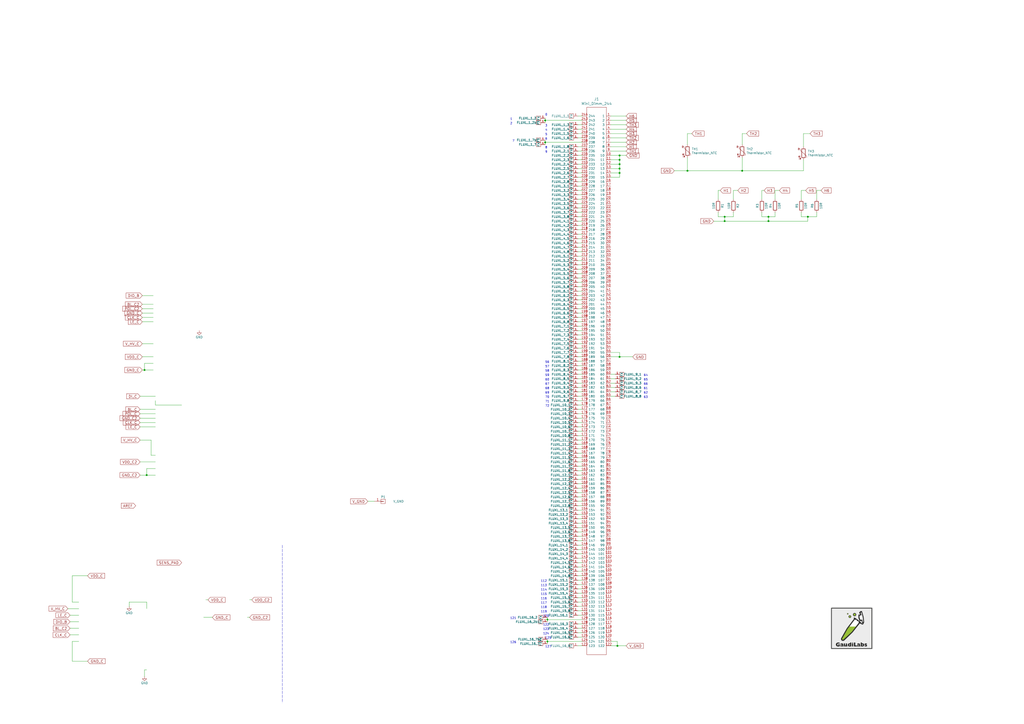
<source format=kicad_sch>
(kicad_sch (version 20211123) (generator eeschema)
  (paper "A2")
  (title_block (title "OpenDrop") (date "14. September 2018") (rev "3.2"))
  (junction (at 358.14 374.65))
  (junction (at 468.63 125.73))
  (junction (at 316.23 82.55))
  (junction (at 359.41 97.79))
  (junction (at 420.37 128.27))
  (junction (at 85.09 275.59))
  (junction (at 445.77 125.73))
  (junction (at 359.41 207.01))
  (junction (at 83.82 214.63))
  (junction (at 445.77 128.27))
  (junction (at 359.41 92.71))
  (junction (at 359.41 100.33))
  (junction (at 359.41 95.25))
  (junction (at 398.78 99.06))
  (junction (at 420.37 125.73))
  (junction (at 317.5 372.11))
  (junction (at 317.5 359.41))
  (junction (at 359.41 90.17))
  (junction (at 430.53 99.06))
  (junction (at 316.23 69.85))
  (wire (pts (xy 398.78 83.82) (xy 398.78 77.47)))
  (wire (pts (xy 337.82 184.15) (xy 335.28 184.15)))
  (wire (pts (xy 420.37 125.73) (xy 425.45 125.73)))
  (wire (pts (xy 335.28 283.21) (xy 337.82 283.21)))
  (wire (pts (xy 337.82 173.99) (xy 335.28 173.99)))
  (wire (pts (xy 452.12 110.49) (xy 449.58 110.49)))
  (wire (pts (xy 82.55 199.39) (xy 88.9 199.39)))
  (wire (pts (xy 335.28 67.31) (xy 337.82 67.31)))
  (wire (pts (xy 74.93 351.79) (xy 74.93 349.25)))
  (wire (pts (xy 337.82 204.47) (xy 335.28 204.47)))
  (wire (pts (xy 335.28 369.57) (xy 337.82 369.57)))
  (wire (pts (xy 354.33 372.11) (xy 358.14 372.11)))
  (wire (pts (xy 430.53 99.06) (xy 430.53 91.44)))
  (wire (pts (xy 90.17 271.78) (xy 85.09 271.78)))
  (wire (pts (xy 398.78 77.47) (xy 401.32 77.47)))
  (wire (pts (xy 335.28 100.33) (xy 337.82 100.33)))
  (wire (pts (xy 41.91 334.01) (xy 41.91 349.25)))
  (wire (pts (xy 335.28 267.97) (xy 337.82 267.97)))
  (wire (pts (xy 83.82 210.82) (xy 83.82 214.63)))
  (wire (pts (xy 337.82 214.63) (xy 335.28 214.63)))
  (wire (pts (xy 144.78 347.98) (xy 146.05 347.98)))
  (wire (pts (xy 335.28 255.27) (xy 337.82 255.27)))
  (wire (pts (xy 430.53 77.47) (xy 433.07 77.47)))
  (wire (pts (xy 335.28 270.51) (xy 337.82 270.51)))
  (wire (pts (xy 464.82 123.19) (xy 464.82 125.73)))
  (wire (pts (xy 335.28 201.93) (xy 337.82 201.93)))
  (wire (pts (xy 316.23 82.55) (xy 316.23 83.82)))
  (wire (pts (xy 337.82 242.57) (xy 335.28 242.57)))
  (wire (pts (xy 337.82 219.71) (xy 335.28 219.71)))
  (wire (pts (xy 88.9 179.07) (xy 82.55 179.07)))
  (wire (pts (xy 363.22 77.47) (xy 354.33 77.47)))
  (wire (pts (xy 335.28 280.67) (xy 337.82 280.67)))
  (wire (pts (xy 335.28 303.53) (xy 337.82 303.53)))
  (wire (pts (xy 359.41 204.47) (xy 359.41 207.01)))
  (wire (pts (xy 81.28 267.97) (xy 90.17 267.97)))
  (wire (pts (xy 337.82 346.71) (xy 335.28 346.71)))
  (wire (pts (xy 74.93 349.25) (xy 85.09 349.25)))
  (wire (pts (xy 335.28 290.83) (xy 337.82 290.83)))
  (wire (pts (xy 359.41 102.87) (xy 359.41 100.33)))
  (wire (pts (xy 337.82 232.41) (xy 335.28 232.41)))
  (wire (pts (xy 416.56 123.19) (xy 416.56 125.73)))
  (wire (pts (xy 337.82 113.03) (xy 335.28 113.03)))
  (wire (pts (xy 417.83 110.49) (xy 416.56 110.49)))
  (wire (pts (xy 335.28 240.03) (xy 337.82 240.03)))
  (wire (pts (xy 335.28 323.85) (xy 337.82 323.85)))
  (wire (pts (xy 335.28 344.17) (xy 337.82 344.17)))
  (wire (pts (xy 335.28 349.25) (xy 337.82 349.25)))
  (wire (pts (xy 337.82 336.55) (xy 335.28 336.55)))
  (wire (pts (xy 359.41 100.33) (xy 359.41 97.79)))
  (wire (pts (xy 335.28 74.93) (xy 337.82 74.93)))
  (wire (pts (xy 464.82 125.73) (xy 468.63 125.73)))
  (wire (pts (xy 425.45 125.73) (xy 425.45 123.19)))
  (wire (pts (xy 354.33 102.87) (xy 359.41 102.87)))
  (wire (pts (xy 335.28 196.85) (xy 337.82 196.85)))
  (wire (pts (xy 359.41 92.71) (xy 359.41 90.17)))
  (wire (pts (xy 335.28 374.65) (xy 337.82 374.65)))
  (wire (pts (xy 40.64 356.87) (xy 45.72 356.87)))
  (wire (pts (xy 118.11 358.14) (xy 123.19 358.14)))
  (wire (pts (xy 335.28 273.05) (xy 337.82 273.05)))
  (wire (pts (xy 335.28 166.37) (xy 337.82 166.37)))
  (wire (pts (xy 425.45 110.49) (xy 425.45 115.57)))
  (wire (pts (xy 335.28 77.47) (xy 337.82 77.47)))
  (wire (pts (xy 335.28 135.89) (xy 337.82 135.89)))
  (wire (pts (xy 335.28 321.31) (xy 337.82 321.31)))
  (wire (pts (xy 335.28 72.39) (xy 337.82 72.39)))
  (wire (pts (xy 335.28 148.59) (xy 337.82 148.59)))
  (wire (pts (xy 337.82 143.51) (xy 335.28 143.51)))
  (wire (pts (xy 356.87 217.17) (xy 354.33 217.17)))
  (wire (pts (xy 354.33 80.01) (xy 363.22 80.01)))
  (wire (pts (xy 90.17 229.87) (xy 81.28 229.87)))
  (wire (pts (xy 358.14 374.65) (xy 354.33 374.65)))
  (wire (pts (xy 335.28 275.59) (xy 337.82 275.59)))
  (wire (pts (xy 40.64 364.49) (xy 45.72 364.49)))
  (wire (pts (xy 416.56 125.73) (xy 420.37 125.73)))
  (wire (pts (xy 335.28 107.95) (xy 337.82 107.95)))
  (wire (pts (xy 317.5 370.84) (xy 317.5 372.11)))
  (wire (pts (xy 317.5 359.41) (xy 317.5 358.14)))
  (wire (pts (xy 337.82 102.87) (xy 335.28 102.87)))
  (wire (pts (xy 90.17 234.95) (xy 105.41 234.95)))
  (wire (pts (xy 335.28 245.11) (xy 337.82 245.11)))
  (wire (pts (xy 41.91 349.25) (xy 45.72 349.25)))
  (wire (pts (xy 359.41 207.01) (xy 354.33 207.01)))
  (wire (pts (xy 363.22 87.63) (xy 354.33 87.63)))
  (wire (pts (xy 337.82 351.79) (xy 335.28 351.79)))
  (wire (pts (xy 441.96 110.49) (xy 441.96 115.57)))
  (wire (pts (xy 317.5 360.68) (xy 317.5 359.41)))
  (wire (pts (xy 81.28 255.27) (xy 87.63 255.27)))
  (wire (pts (xy 337.82 110.49) (xy 335.28 110.49)))
  (wire (pts (xy 337.82 163.83) (xy 335.28 163.83)))
  (wire (pts (xy 143.51 358.14) (xy 144.78 358.14)))
  (wire (pts (xy 354.33 74.93) (xy 363.22 74.93)))
  (wire (pts (xy 398.78 99.06) (xy 398.78 91.44)))
  (wire (pts (xy 87.63 255.27) (xy 87.63 264.16)))
  (wire (pts (xy 420.37 128.27) (xy 420.37 125.73)))
  (wire (pts (xy 81.28 247.65) (xy 90.17 247.65)))
  (wire (pts (xy 335.28 311.15) (xy 337.82 311.15)))
  (wire (pts (xy 354.33 92.71) (xy 359.41 92.71)))
  (wire (pts (xy 354.33 97.79) (xy 359.41 97.79)))
  (wire (pts (xy 335.28 146.05) (xy 337.82 146.05)))
  (wire (pts (xy 82.55 214.63) (xy 83.82 214.63)))
  (wire (pts (xy 337.82 118.11) (xy 335.28 118.11)))
  (wire (pts (xy 337.82 153.67) (xy 335.28 153.67)))
  (wire (pts (xy 337.82 326.39) (xy 335.28 326.39)))
  (wire (pts (xy 335.28 285.75) (xy 337.82 285.75)))
  (wire (pts (xy 337.82 194.31) (xy 335.28 194.31)))
  (wire (pts (xy 335.28 308.61) (xy 337.82 308.61)))
  (wire (pts (xy 354.33 100.33) (xy 359.41 100.33)))
  (wire (pts (xy 335.28 186.69) (xy 337.82 186.69)))
  (wire (pts (xy 354.33 95.25) (xy 359.41 95.25)))
  (wire (pts (xy 87.63 264.16) (xy 90.17 264.16)))
  (wire (pts (xy 335.28 181.61) (xy 337.82 181.61)))
  (wire (pts (xy 41.91 383.54) (xy 50.8 383.54)))
  (wire (pts (xy 81.28 242.57) (xy 90.17 242.57)))
  (wire (pts (xy 88.9 184.15) (xy 82.55 184.15)))
  (wire (pts (xy 337.82 179.07) (xy 335.28 179.07)))
  (wire (pts (xy 82.55 186.69) (xy 88.9 186.69)))
  (wire (pts (xy 354.33 85.09) (xy 363.22 85.09)))
  (wire (pts (xy 335.28 328.93) (xy 337.82 328.93)))
  (wire (pts (xy 354.33 90.17) (xy 359.41 90.17)))
  (wire (pts (xy 335.28 354.33) (xy 337.82 354.33)))
  (wire (pts (xy 466.09 99.06) (xy 466.09 92.71)))
  (wire (pts (xy 445.77 128.27) (xy 468.63 128.27)))
  (wire (pts (xy 316.23 69.85) (xy 316.23 68.58)))
  (wire (pts (xy 430.53 99.06) (xy 466.09 99.06)))
  (wire (pts (xy 337.82 295.91) (xy 335.28 295.91)))
  (wire (pts (xy 449.58 110.49) (xy 449.58 115.57)))
  (wire (pts (xy 85.09 271.78) (xy 85.09 275.59)))
  (wire (pts (xy 335.28 80.01) (xy 337.82 80.01)))
  (wire (pts (xy 85.09 349.25) (xy 85.09 353.06)))
  (wire (pts (xy 335.28 87.63) (xy 337.82 87.63)))
  (wire (pts (xy 337.82 224.79) (xy 335.28 224.79)))
  (wire (pts (xy 337.82 339.09) (xy 335.28 339.09)))
  (wire (pts (xy 358.14 372.11) (xy 358.14 374.65)))
  (wire (pts (xy 39.37 353.06) (xy 45.72 353.06)))
  (wire (pts (xy 466.09 77.47) (xy 469.9 77.47)))
  (wire (pts (xy 82.55 181.61) (xy 88.9 181.61)))
  (wire (pts (xy 217.17 290.83) (xy 213.36 290.83)))
  (wire (pts (xy 445.77 128.27) (xy 445.77 125.73)))
  (wire (pts (xy 316.23 81.28) (xy 316.23 82.55)))
  (wire (pts (xy 85.09 388.62) (xy 83.82 388.62)))
  (wire (pts (xy 468.63 125.73) (xy 473.71 125.73)))
  (wire (pts (xy 464.82 110.49) (xy 464.82 115.57)))
  (wire (pts (xy 335.28 313.69) (xy 337.82 313.69)))
  (wire (pts (xy 335.28 237.49) (xy 337.82 237.49)))
  (wire (pts (xy 359.41 95.25) (xy 359.41 92.71)))
  (wire (pts (xy 335.28 115.57) (xy 337.82 115.57)))
  (wire (pts (xy 335.28 120.65) (xy 337.82 120.65)))
  (wire (pts (xy 81.28 275.59) (xy 85.09 275.59)))
  (wire (pts (xy 335.28 257.81) (xy 337.82 257.81)))
  (wire (pts (xy 337.82 90.17) (xy 335.28 90.17)))
  (wire (pts (xy 335.28 128.27) (xy 337.82 128.27)))
  (wire (pts (xy 363.22 82.55) (xy 354.33 82.55)))
  (wire (pts (xy 337.82 199.39) (xy 335.28 199.39)))
  (wire (pts (xy 337.82 318.77) (xy 335.28 318.77)))
  (wire (pts (xy 335.28 95.25) (xy 337.82 95.25)))
  (wire (pts (xy 335.28 140.97) (xy 337.82 140.97)))
  (wire (pts (xy 316.23 69.85) (xy 337.82 69.85)))
  (wire (pts (xy 40.64 368.3) (xy 45.72 368.3)))
  (wire (pts (xy 354.33 229.87) (xy 356.87 229.87)))
  (wire (pts (xy 335.28 207.01) (xy 337.82 207.01)))
  (wire (pts (xy 356.87 222.25) (xy 354.33 222.25)))
  (wire (pts (xy 337.82 138.43) (xy 335.28 138.43)))
  (wire (pts (xy 337.82 191.77) (xy 335.28 191.77)))
  (wire (pts (xy 427.99 110.49) (xy 425.45 110.49)))
  (wire (pts (xy 120.65 347.98) (xy 119.38 347.98)))
  (wire (pts (xy 359.41 90.17) (xy 363.22 90.17)))
  (wire (pts (xy 82.55 171.45) (xy 88.9 171.45)))
  (wire (pts (xy 337.82 364.49) (xy 335.28 364.49)))
  (wire (pts (xy 85.09 275.59) (xy 90.17 275.59)))
  (wire (pts (xy 337.82 92.71) (xy 335.28 92.71)))
  (wire (pts (xy 81.28 240.03) (xy 90.17 240.03)))
  (wire (pts (xy 359.41 207.01) (xy 367.03 207.01)))
  (wire (pts (xy 337.82 130.81) (xy 335.28 130.81)))
  (wire (pts (xy 359.41 97.79) (xy 359.41 95.25)))
  (wire (pts (xy 317.5 372.11) (xy 337.82 372.11)))
  (wire (pts (xy 41.91 372.11) (xy 41.91 383.54)))
  (wire (pts (xy 335.28 306.07) (xy 337.82 306.07)))
  (wire (pts (xy 391.16 99.06) (xy 398.78 99.06)))
  (wire (pts (xy 88.9 210.82) (xy 83.82 210.82)))
  (wire (pts (xy 335.28 229.87) (xy 337.82 229.87)))
  (wire (pts (xy 335.28 250.19) (xy 337.82 250.19)))
  (wire (pts (xy 82.55 207.01) (xy 88.9 207.01)))
  (wire (pts (xy 90.17 232.41) (xy 90.17 234.95)))
  (wire (pts (xy 466.09 85.09) (xy 466.09 77.47)))
  (wire (pts (xy 335.28 125.73) (xy 337.82 125.73)))
  (wire (pts (xy 354.33 224.79) (xy 356.87 224.79)))
  (wire (pts (xy 335.28 85.09) (xy 337.82 85.09)))
  (wire (pts (xy 467.36 110.49) (xy 464.82 110.49)))
  (wire (pts (xy 335.28 227.33) (xy 337.82 227.33)))
  (wire (pts (xy 337.82 247.65) (xy 335.28 247.65)))
  (wire (pts (xy 335.28 176.53) (xy 337.82 176.53)))
  (wire (pts (xy 41.91 372.11) (xy 45.72 372.11)))
  (wire (pts (xy 473.71 110.49) (xy 473.71 115.57)))
  (wire (pts (xy 363.22 72.39) (xy 354.33 72.39)))
  (wire (pts (xy 441.96 123.19) (xy 441.96 125.73)))
  (wire (pts (xy 420.37 128.27) (xy 445.77 128.27)))
  (wire (pts (xy 335.28 300.99) (xy 337.82 300.99)))
  (wire (pts (xy 335.28 234.95) (xy 337.82 234.95)))
  (polyline (pts (xy 163.83 316.23) (xy 163.83 407.67)))
  (wire (pts (xy 335.28 105.41) (xy 337.82 105.41)))
  (wire (pts (xy 335.28 265.43) (xy 337.82 265.43)))
  (wire (pts (xy 337.82 298.45) (xy 335.28 298.45)))
  (wire (pts (xy 335.28 288.29) (xy 337.82 288.29)))
  (wire (pts (xy 363.22 67.31) (xy 354.33 67.31)))
  (wire (pts (xy 449.58 125.73) (xy 449.58 123.19)))
  (wire (pts (xy 335.28 209.55) (xy 337.82 209.55)))
  (wire (pts (xy 335.28 361.95) (xy 337.82 361.95)))
  (wire (pts (xy 40.64 360.68) (xy 45.72 360.68)))
  (wire (pts (xy 356.87 227.33) (xy 354.33 227.33)))
  (wire (pts (xy 337.82 123.19) (xy 335.28 123.19)))
  (wire (pts (xy 316.23 71.12) (xy 316.23 69.85)))
  (wire (pts (xy 337.82 151.13) (xy 335.28 151.13)))
  (wire (pts (xy 354.33 219.71) (xy 356.87 219.71)))
  (wire (pts (xy 337.82 97.79) (xy 335.28 97.79)))
  (wire (pts (xy 337.82 356.87) (xy 335.28 356.87)))
  (wire (pts (xy 335.28 168.91) (xy 337.82 168.91)))
  (wire (pts (xy 335.28 278.13) (xy 337.82 278.13)))
  (wire (pts (xy 83.82 388.62) (xy 83.82 392.43)))
  (wire (pts (xy 83.82 214.63) (xy 88.9 214.63)))
  (wire (pts (xy 476.25 110.49) (xy 473.71 110.49)))
  (wire (pts (xy 90.17 245.11) (xy 81.28 245.11)))
  (wire (pts (xy 445.77 125.73) (xy 449.58 125.73)))
  (wire (pts (xy 316.23 82.55) (xy 337.82 82.55)))
  (wire (pts (xy 441.96 125.73) (xy 445.77 125.73)))
  (wire (pts (xy 317.5 372.11) (xy 317.5 373.38)))
  (wire (pts (xy 335.28 222.25) (xy 337.82 222.25)))
  (wire (pts (xy 335.28 341.63) (xy 337.82 341.63)))
  (wire (pts (xy 335.28 334.01) (xy 337.82 334.01)))
  (wire (pts (xy 354.33 204.47) (xy 359.41 204.47)))
  (wire (pts (xy 317.5 359.41) (xy 337.82 359.41)))
  (wire (pts (xy 337.82 171.45) (xy 335.28 171.45)))
  (wire (pts (xy 416.56 110.49) (xy 416.56 115.57)))
  (wire (pts (xy 398.78 99.06) (xy 430.53 99.06)))
  (wire (pts (xy 335.28 156.21) (xy 337.82 156.21)))
  (wire (pts (xy 414.02 128.27) (xy 420.37 128.27)))
  (wire (pts (xy 335.28 293.37) (xy 337.82 293.37)))
  (wire (pts (xy 430.53 83.82) (xy 430.53 77.47)))
  (wire (pts (xy 337.82 252.73) (xy 335.28 252.73)))
  (wire (pts (xy 337.82 316.23) (xy 335.28 316.23)))
  (wire (pts (xy 337.82 367.03) (xy 335.28 367.03)))
  (wire (pts (xy 50.8 334.01) (xy 41.91 334.01)))
  (wire (pts (xy 337.82 133.35) (xy 335.28 133.35)))
  (wire (pts (xy 473.71 125.73) (xy 473.71 123.19)))
  (wire (pts (xy 443.23 110.49) (xy 441.96 110.49)))
  (wire (pts (xy 354.33 69.85) (xy 363.22 69.85)))
  (wire (pts (xy 363.22 374.65) (xy 358.14 374.65)))
  (wire (pts (xy 82.55 176.53) (xy 88.9 176.53)))
  (wire (pts (xy 337.82 331.47) (xy 335.28 331.47)))
  (wire (pts (xy 335.28 161.29) (xy 337.82 161.29)))
  (wire (pts (xy 335.28 217.17) (xy 337.82 217.17)))
  (wire (pts (xy 81.28 237.49) (xy 90.17 237.49)))
  (wire (pts (xy 335.28 189.23) (xy 337.82 189.23)))
  (wire (pts (xy 337.82 158.75) (xy 335.28 158.75)))
  (wire (pts (xy 468.63 128.27) (xy 468.63 125.73)))
  (wire (pts (xy 335.28 260.35) (xy 337.82 260.35)))
  (wire (pts (xy 335.28 262.89) (xy 337.82 262.89)))
  (wire (pts (xy 337.82 212.09) (xy 335.28 212.09)))
  (image (at 494.03 364.49))
  (text "61" (at 373.38 226.06 0) (effects (font (size 1.1938 1.1938)) (justify left bottom)))
  (text "63" (at 373.38 231.14 0) (effects (font (size 1.1938 1.1938)) (justify left bottom)))
  (text "4" (at 316.23 76.2 0) (effects (font (size 1.1938 1.1938)) (justify left bottom)))
  (text "1" (at 295.91 69.85 0) (effects (font (size 1.1938 1.1938)) (justify left bottom)))
  (text "120" (at 314.96 358.14 0) (effects (font (size 1.1938 1.1938)) (justify left bottom)))
  (text "69" (at 316.23 228.6 0) (effects (font (size 1.1938 1.1938)) (justify left bottom)))
  (text "59" (at 316.23 218.44 0) (effects (font (size 1.1938 1.1938)) (justify left bottom)))
  (text "122" (at 314.96 363.22 0) (effects (font (size 1.1938 1.1938)) (justify left bottom)))
  (text "3" (at 316.23 73.66 0) (effects (font (size 1.1938 1.1938)) (justify left bottom)))
  (text "65" (at 373.38 220.98 0) (effects (font (size 1.1938 1.1938)) (justify left bottom)))
  (text "118" (at 313.69 353.06 0) (effects (font (size 1.1938 1.1938)) (justify left bottom)))
  (text "9" (at 316.23 88.9 0) (effects (font (size 1.1938 1.1938)) (justify left bottom)))
  (text "70" (at 316.23 231.14 0) (effects (font (size 1.1938 1.1938)) (justify left bottom)))
  (text "56" (at 316.23 210.82 0) (effects (font (size 1.1938 1.1938)) (justify left bottom)))
  (text "71" (at 316.23 233.68 0) (effects (font (size 1.1938 1.1938)) (justify left bottom)))
  (text "72" (at 316.23 236.22 0) (effects (font (size 1.1938 1.1938)) (justify left bottom)))
  (text "117" (at 313.69 350.52 0) (effects (font (size 1.1938 1.1938)) (justify left bottom)))
  (text "121" (at 295.91 359.41 0) (effects (font (size 1.1938 1.1938)) (justify left bottom)))
  (text "7" (at 297.18 82.55 0) (effects (font (size 1.1938 1.1938)) (justify left bottom)))
  (text "126" (at 295.91 373.38 0) (effects (font (size 1.1938 1.1938)) (justify left bottom)))
  (text "124" (at 314.96 368.3 0) (effects (font (size 1.1938 1.1938)) (justify left bottom)))
  (text "64" (at 373.38 218.44 0) (effects (font (size 1.1938 1.1938)) (justify left bottom)))
  (text "8" (at 316.23 86.36 0) (effects (font (size 1.1938 1.1938)) (justify left bottom)))
  (text "66" (at 373.38 223.52 0) (effects (font (size 1.1938 1.1938)) (justify left bottom)))
  (text "2" (at 295.91 72.39 0) (effects (font (size 1.1938 1.1938)) (justify left bottom)))
  (text "115" (at 313.69 345.44 0) (effects (font (size 1.1938 1.1938)) (justify left bottom)))
  (text "123" (at 314.96 365.76 0) (effects (font (size 1.1938 1.1938)) (justify left bottom)))
  (text "127" (at 316.23 375.92 0) (effects (font (size 1.1938 1.1938)) (justify left bottom)))
  (text "0" (at 316.23 67.31 0) (effects (font (size 1.1938 1.1938)) (justify left bottom)))
  (text "5" (at 316.23 78.74 0) (effects (font (size 1.1938 1.1938)) (justify left bottom)))
  (text "67" (at 316.23 223.52 0) (effects (font (size 1.1938 1.1938)) (justify left bottom)))
  (text "68" (at 316.23 226.06 0) (effects (font (size 1.1938 1.1938)) (justify left bottom)))
  (text "58" (at 316.23 215.9 0) (effects (font (size 1.1938 1.1938)) (justify left bottom)))
  (text "6" (at 316.23 81.28 0) (effects (font (size 1.1938 1.1938)) (justify left bottom)))
  (text "57" (at 316.23 213.36 0) (effects (font (size 1.1938 1.1938)) (justify left bottom)))
  (text "114" (at 313.69 342.9 0) (effects (font (size 1.1938 1.1938)) (justify left bottom)))
  (text "62" (at 373.38 228.6 0) (effects (font (size 1.1938 1.1938)) (justify left bottom)))
  (text "116" (at 313.69 347.98 0) (effects (font (size 1.1938 1.1938)) (justify left bottom)))
  (text "112" (at 313.69 337.82 0) (effects (font (size 1.1938 1.1938)) (justify left bottom)))
  (text "119" (at 313.69 355.6 0) (effects (font (size 1.1938 1.1938)) (justify left bottom)))
  (text "113" (at 313.69 340.36 0) (effects (font (size 1.1938 1.1938)) (justify left bottom)))
  (text "125" (at 316.23 370.84 0) (effects (font (size 1.1938 1.1938)) (justify left bottom)))
  (text "60" (at 316.23 220.98 0) (effects (font (size 1.1938 1.1938)) (justify left bottom)))
  (global_label "V_HV_C" (shape input) (at 81.28 255.27 180) (effects (font (size 1.524 1.524))) (property "Intersheet References" "${INTERSHEET_REFS}" (effects hide)))
  (global_label "GND" (shape input) (at 414.02 128.27 180) (effects (font (size 1.524 1.524))) (property "Intersheet References" "${INTERSHEET_REFS}" (effects hide)))
  (global_label "GND" (shape input) (at 367.03 207.01 0) (effects (font (size 1.524 1.524))) (property "Intersheet References" "${INTERSHEET_REFS}" (effects hide)))
  (global_label "V_GND" (shape input) (at 363.22 374.65 0) (effects (font (size 1.524 1.524))) (property "Intersheet References" "${INTERSHEET_REFS}" (effects hide)))
  (global_label "GND_C2" (shape input) (at 144.78 358.14 0) (effects (font (size 1.524 1.524))) (property "Intersheet References" "${INTERSHEET_REFS}" (effects hide)))
  (global_label "GND_C" (shape input) (at 82.55 181.61 180) (effects (font (size 1.524 1.524))) (property "Intersheet References" "${INTERSHEET_REFS}" (effects hide)))
  (global_label "H3" (shape input) (at 363.22 77.47 0) (effects (font (size 1.524 1.524))) (property "Intersheet References" "${INTERSHEET_REFS}" (effects hide)))
  (global_label "VDD_C" (shape input) (at 120.65 347.98 0) (effects (font (size 1.524 1.524))) (property "Intersheet References" "${INTERSHEET_REFS}" (effects hide)))
  (global_label "TH1" (shape input) (at 401.32 77.47 0) (effects (font (size 1.524 1.524))) (property "Intersheet References" "${INTERSHEET_REFS}" (effects hide)))
  (global_label "BL_C2" (shape input) (at 82.55 176.53 180) (effects (font (size 1.524 1.524))) (property "Intersheet References" "${INTERSHEET_REFS}" (effects hide)))
  (global_label "VDD_C2" (shape input) (at 81.28 267.97 180) (effects (font (size 1.524 1.524))) (property "Intersheet References" "${INTERSHEET_REFS}" (effects hide)))
  (global_label "GND" (shape input) (at 391.16 99.06 180) (effects (font (size 1.524 1.524))) (property "Intersheet References" "${INTERSHEET_REFS}" (effects hide)))
  (global_label "H4" (shape input) (at 452.12 110.49 0) (effects (font (size 1.524 1.524))) (property "Intersheet References" "${INTERSHEET_REFS}" (effects hide)))
  (global_label "H1" (shape input) (at 417.83 110.49 0) (effects (font (size 1.524 1.524))) (property "Intersheet References" "${INTERSHEET_REFS}" (effects hide)))
  (global_label "H5" (shape input) (at 467.36 110.49 0) (effects (font (size 1.524 1.524))) (property "Intersheet References" "${INTERSHEET_REFS}" (effects hide)))
  (global_label "SENS_PAD" (shape input) (at 105.41 326.39 180) (effects (font (size 1.524 1.524))) (property "Intersheet References" "${INTERSHEET_REFS}" (effects hide)))
  (global_label "H2" (shape input) (at 363.22 82.55 0) (effects (font (size 1.524 1.524))) (property "Intersheet References" "${INTERSHEET_REFS}" (effects hide)))
  (global_label "POL_C" (shape input) (at 81.28 240.03 180) (effects (font (size 1.524 1.524))) (property "Intersheet References" "${INTERSHEET_REFS}" (effects hide)))
  (global_label "BL_C2" (shape input) (at 40.64 364.49 180) (effects (font (size 1.524 1.524))) (property "Intersheet References" "${INTERSHEET_REFS}" (effects hide)))
  (global_label "H5" (shape input) (at 363.22 69.85 0) (effects (font (size 1.524 1.524))) (property "Intersheet References" "${INTERSHEET_REFS}" (effects hide)))
  (global_label "TH2" (shape input) (at 433.07 77.47 0) (effects (font (size 1.524 1.524))) (property "Intersheet References" "${INTERSHEET_REFS}" (effects hide)))
  (global_label "CLK_C" (shape input) (at 82.55 184.15 180) (effects (font (size 1.524 1.524))) (property "Intersheet References" "${INTERSHEET_REFS}" (effects hide)))
  (global_label "TH3" (shape input) (at 469.9 77.47 0) (effects (font (size 1.524 1.524))) (property "Intersheet References" "${INTERSHEET_REFS}" (effects hide)))
  (global_label "DI_C" (shape input) (at 81.28 229.87 180) (effects (font (size 1.524 1.524))) (property "Intersheet References" "${INTERSHEET_REFS}" (effects hide)))
  (global_label "AREF" (shape input) (at 78.74 293.37 180) (effects (font (size 1.524 1.524))) (property "Intersheet References" "${INTERSHEET_REFS}" (effects hide)))
  (global_label "VDD_C2" (shape input) (at 146.05 347.98 0) (effects (font (size 1.524 1.524))) (property "Intersheet References" "${INTERSHEET_REFS}" (effects hide)))
  (global_label "TH1" (shape input) (at 363.22 87.63 0) (effects (font (size 1.524 1.524))) (property "Intersheet References" "${INTERSHEET_REFS}" (effects hide)))
  (global_label "GND_C" (shape input) (at 123.19 358.14 0) (effects (font (size 1.524 1.524))) (property "Intersheet References" "${INTERSHEET_REFS}" (effects hide)))
  (global_label "H3" (shape input) (at 443.23 110.49 0) (effects (font (size 1.524 1.524))) (property "Intersheet References" "${INTERSHEET_REFS}" (effects hide)))
  (global_label "LE_C" (shape input) (at 81.28 247.65 180) (effects (font (size 1.524 1.524))) (property "Intersheet References" "${INTERSHEET_REFS}" (effects hide)))
  (global_label "H2" (shape input) (at 427.99 110.49 0) (effects (font (size 1.524 1.524))) (property "Intersheet References" "${INTERSHEET_REFS}" (effects hide)))
  (global_label "GND_C2" (shape input) (at 81.28 275.59 180) (effects (font (size 1.524 1.524))) (property "Intersheet References" "${INTERSHEET_REFS}" (effects hide)))
  (global_label "BL_C" (shape input) (at 81.28 237.49 180) (effects (font (size 1.524 1.524))) (property "Intersheet References" "${INTERSHEET_REFS}" (effects hide)))
  (global_label "V_HV_C" (shape input) (at 82.55 199.39 180) (effects (font (size 1.524 1.524))) (property "Intersheet References" "${INTERSHEET_REFS}" (effects hide)))
  (global_label "TH2" (shape input) (at 363.22 80.01 0) (effects (font (size 1.524 1.524))) (property "Intersheet References" "${INTERSHEET_REFS}" (effects hide)))
  (global_label "LE_C" (shape input) (at 82.55 186.69 180) (effects (font (size 1.524 1.524))) (property "Intersheet References" "${INTERSHEET_REFS}" (effects hide)))
  (global_label "V_GND" (shape input) (at 213.36 290.83 180) (effects (font (size 1.524 1.524))) (property "Intersheet References" "${INTERSHEET_REFS}" (effects hide)))
  (global_label "VDD_C" (shape input) (at 82.55 207.01 180) (effects (font (size 1.524 1.524))) (property "Intersheet References" "${INTERSHEET_REFS}" (effects hide)))
  (global_label "DIO_B" (shape input) (at 40.64 360.68 180) (effects (font (size 1.524 1.524))) (property "Intersheet References" "${INTERSHEET_REFS}" (effects hide)))
  (global_label "GND_C2" (shape input) (at 81.28 242.57 180) (effects (font (size 1.524 1.524))) (property "Intersheet References" "${INTERSHEET_REFS}" (effects hide)))
  (global_label "H4" (shape input) (at 363.22 74.93 0) (effects (font (size 1.524 1.524))) (property "Intersheet References" "${INTERSHEET_REFS}" (effects hide)))
  (global_label "V_HV_C" (shape input) (at 39.37 353.06 180) (effects (font (size 1.524 1.524))) (property "Intersheet References" "${INTERSHEET_REFS}" (effects hide)))
  (global_label "GND_C" (shape input) (at 50.8 383.54 0) (effects (font (size 1.524 1.524))) (property "Intersheet References" "${INTERSHEET_REFS}" (effects hide)))
  (global_label "H1" (shape input) (at 363.22 85.09 0) (effects (font (size 1.524 1.524))) (property "Intersheet References" "${INTERSHEET_REFS}" (effects hide)))
  (global_label "CLK_C" (shape input) (at 40.64 368.3 180) (effects (font (size 1.524 1.524))) (property "Intersheet References" "${INTERSHEET_REFS}" (effects hide)))
  (global_label "DIO_B" (shape input) (at 82.55 171.45 180) (effects (font (size 1.524 1.524))) (property "Intersheet References" "${INTERSHEET_REFS}" (effects hide)))
  (global_label "LE_C" (shape input) (at 40.64 356.87 180) (effects (font (size 1.524 1.524))) (property "Intersheet References" "${INTERSHEET_REFS}" (effects hide)))
  (global_label "TH3" (shape input) (at 363.22 72.39 0) (effects (font (size 1.524 1.524))) (property "Intersheet References" "${INTERSHEET_REFS}" (effects hide)))
  (global_label "POL_C2" (shape input) (at 82.55 179.07 180) (effects (font (size 1.524 1.524))) (property "Intersheet References" "${INTERSHEET_REFS}" (effects hide)))
  (global_label "VDD_C" (shape input) (at 50.8 334.01 0) (effects (font (size 1.524 1.524))) (property "Intersheet References" "${INTERSHEET_REFS}" (effects hide)))
  (global_label "CLK_C" (shape input) (at 81.28 245.11 180) (effects (font (size 1.524 1.524))) (property "Intersheet References" "${INTERSHEET_REFS}" (effects hide)))
  (global_label "H6" (shape input) (at 476.25 110.49 0) (effects (font (size 1.524 1.524))) (property "Intersheet References" "${INTERSHEET_REFS}" (effects hide)))
  (global_label "GND_C" (shape input) (at 82.55 214.63 180) (effects (font (size 1.524 1.524))) (property "Intersheet References" "${INTERSHEET_REFS}" (effects hide)))
  (global_label "H6" (shape input) (at 363.22 67.31 0) (effects (font (size 1.524 1.524))) (property "Intersheet References" "${INTERSHEET_REFS}" (effects hide)))
  (global_label "GND" (shape input) (at 363.22 90.17 0) (effects (font (size 1.524 1.524))) (property "Intersheet References" "${INTERSHEET_REFS}" (effects hide)))
  (symbol (lib_id "DIMMCartridgeV4-rescue:FX-DIMMCartridge-rescue") (at 331.47 74.93 90) (unit 1)
    (property "Reference" "FLUXL_1_4" (at 325.12 74.93 90))
    (property "Value" "FX" (at 331.47 74.93 0))
    (property "Footprint" "GaudiLabsFootPrints:FLUXPAD_2_75_4MIL_4_5_res3" (effects hide))
  )
  (symbol (lib_id "DIMMCartridgeV4-rescue:FX-DIMMCartridge-rescue") (at 331.47 87.63 90) (unit 1)
    (property "Reference" "FLUXL_2_1" (at 325.12 87.63 90))
    (property "Value" "FX" (at 331.47 87.63 0))
    (property "Footprint" "GaudiLabsFootPrints:FLUXPAD_2_75_4MIL_4_5_topleft" (effects hide))
  )
  (symbol (lib_id "DIMMCartridgeV4-rescue:FX-DIMMCartridge-rescue") (at 331.47 107.95 90) (unit 1)
    (property "Reference" "FLUXL_3_1" (at 325.12 107.95 90))
    (property "Value" "FX" (at 331.47 107.95 0))
    (property "Footprint" "GaudiLabsFootPrints:FLUXPAD_2_75_4MIL_4_6_top" (effects hide))
  )
  (symbol (lib_id "DIMMCartridgeV4-rescue:FX-DIMMCartridge-rescue") (at 331.47 128.27 90) (unit 1)
    (property "Reference" "FLUXL_4_1" (at 325.12 128.27 90))
    (property "Value" "FX" (at 331.47 128.27 0))
    (property "Footprint" "GaudiLabsFootPrints:FLUXPAD_2_75_4MIL_4_6_top" (effects hide))
  )
  (symbol (lib_id "DIMMCartridgeV4-rescue:FX-DIMMCartridge-rescue") (at 331.47 148.59 90) (unit 1)
    (property "Reference" "FLUXL_5_1" (at 325.12 148.59 90))
    (property "Value" "FX" (at 331.47 148.59 0))
    (property "Footprint" "GaudiLabsFootPrints:FLUXPAD_2_75_4MIL_4_6_top" (effects hide))
  )
  (symbol (lib_id "DIMMCartridgeV4-rescue:FX-DIMMCartridge-rescue") (at 331.47 168.91 90) (unit 1)
    (property "Reference" "FLUXL_6_1" (at 325.12 168.91 90))
    (property "Value" "FX" (at 331.47 168.91 0))
    (property "Footprint" "GaudiLabsFootPrints:FLUXPAD_2_75_4MIL_4_6_top" (effects hide))
  )
  (symbol (lib_id "DIMMCartridgeV4-rescue:FX-DIMMCartridge-rescue") (at 331.47 189.23 90) (unit 1)
    (property "Reference" "FLUXL_7_1" (at 325.12 189.23 90))
    (property "Value" "FX" (at 331.47 189.23 0))
    (property "Footprint" "GaudiLabsFootPrints:FLUXPAD_2_75_4MIL_4_6_top" (effects hide))
  )
  (symbol (lib_id "DIMMCartridgeV4-rescue:FX-DIMMCartridge-rescue") (at 331.47 209.55 90) (unit 1)
    (property "Reference" "FLUXL_8_1" (at 325.12 209.55 90))
    (property "Value" "FX" (at 331.47 209.55 0))
    (property "Footprint" "GaudiLabsFootPrints:FLUXPAD_2_75_4MIL_4_6_top" (effects hide))
  )
  (symbol (lib_id "DIMMCartridgeV4-rescue:FX-DIMMCartridge-rescue") (at 331.47 67.31 90) (unit 1)
    (property "Reference" "FLUXL_1_1" (at 325.12 67.31 90))
    (property "Value" "FX" (at 331.47 67.31 0))
    (property "Footprint" "GaudiLabsFootPrints:FLUXPAD_2_75_4MIL_4_5_res1" (effects hide))
  )
  (symbol (lib_id "DIMMCartridgeV4-rescue:FX-DIMMCartridge-rescue") (at 331.47 90.17 90) (unit 1)
    (property "Reference" "FLUXL_2_2" (at 325.12 90.17 90))
    (property "Value" "FX" (at 331.47 90.17 0))
    (property "Footprint" "GaudiLabsFootPrints:FLUXPAD_2_75_4MIL_4_6" (effects hide))
  )
  (symbol (lib_id "DIMMCartridgeV4-rescue:FX-DIMMCartridge-rescue") (at 331.47 110.49 90) (unit 1)
    (property "Reference" "FLUXL_3_2" (at 325.12 110.49 90))
    (property "Value" "FX" (at 331.47 110.49 0))
    (property "Footprint" "GaudiLabsFootPrints:FLUXPAD_2_75_4MIL_4_6" (effects hide))
  )
  (symbol (lib_id "DIMMCartridgeV4-rescue:FX-DIMMCartridge-rescue") (at 331.47 130.81 90) (unit 1)
    (property "Reference" "FLUXL_4_2" (at 325.12 130.81 90))
    (property "Value" "FX" (at 331.47 130.81 0))
    (property "Footprint" "GaudiLabsFootPrints:FLUXPAD_2_75_4MIL_4_5_TempSens" (effects hide))
  )
  (symbol (lib_id "DIMMCartridgeV4-rescue:FX-DIMMCartridge-rescue") (at 331.47 151.13 90) (unit 1)
    (property "Reference" "FLUXL_5_2" (at 325.12 151.13 90))
    (property "Value" "FX" (at 331.47 151.13 0))
    (property "Footprint" "GaudiLabsFootPrints:FLUXPAD_2_75_4MIL_4_6" (effects hide))
  )
  (symbol (lib_id "DIMMCartridgeV4-rescue:FX-DIMMCartridge-rescue") (at 331.47 171.45 90) (unit 1)
    (property "Reference" "FLUXL_6_2" (at 325.12 171.45 90))
    (property "Value" "FX" (at 331.47 171.45 0))
    (property "Footprint" "GaudiLabsFootPrints:FLUXPAD_2_75_4MIL_4_6" (effects hide))
  )
  (symbol (lib_id "DIMMCartridgeV4-rescue:FX-DIMMCartridge-rescue") (at 331.47 191.77 90) (unit 1)
    (property "Reference" "FLUXL_7_2" (at 325.12 191.77 90))
    (property "Value" "FX" (at 331.47 191.77 0))
    (property "Footprint" "GaudiLabsFootPrints:FLUXPAD_2_75_4MIL_4_6" (effects hide))
  )
  (symbol (lib_id "DIMMCartridgeV4-rescue:FX-DIMMCartridge-rescue") (at 331.47 212.09 90) (unit 1)
    (property "Reference" "FLUXL_8_2" (at 325.12 212.09 90))
    (property "Value" "FX" (at 331.47 212.09 0))
    (property "Footprint" "GaudiLabsFootPrints:FLUXPAD_2_75_4MIL_4_5_TempSens" (effects hide))
  )
  (symbol (lib_id "DIMMCartridgeV4-rescue:FX-DIMMCartridge-rescue") (at 331.47 72.39 90) (unit 1)
    (property "Reference" "FLUXL_1_3" (at 325.12 72.39 90))
    (property "Value" "FX" (at 331.47 72.39 0))
    (property "Footprint" "GaudiLabsFootPrints:FLUXPAD_2_75_4MIL_4_5_res2" (effects hide))
  )
  (symbol (lib_id "DIMMCartridgeV4-rescue:FX-DIMMCartridge-rescue") (at 331.47 92.71 90) (unit 1)
    (property "Reference" "FLUXL_2_3" (at 325.12 92.71 90))
    (property "Value" "FX" (at 331.47 92.71 0))
    (property "Footprint" "GaudiLabsFootPrints:FLUXPAD_2_75_4MIL_4_5_side" (effects hide))
  )
  (symbol (lib_id "DIMMCartridgeV4-rescue:FX-DIMMCartridge-rescue") (at 331.47 113.03 90) (unit 1)
    (property "Reference" "FLUXL_3_3" (at 325.12 113.03 90))
    (property "Value" "FX" (at 331.47 113.03 0))
    (property "Footprint" "GaudiLabsFootPrints:FLUXPAD_2_75_4MIL_4_6" (effects hide))
  )
  (symbol (lib_id "DIMMCartridgeV4-rescue:FX-DIMMCartridge-rescue") (at 331.47 133.35 90) (unit 1)
    (property "Reference" "FLUXL_4_3" (at 325.12 133.35 90))
    (property "Value" "FX" (at 331.47 133.35 0))
    (property "Footprint" "GaudiLabsFootPrints:FLUXPAD_2_75_4MIL_4_5_TempSens" (effects hide))
  )
  (symbol (lib_id "DIMMCartridgeV4-rescue:FX-DIMMCartridge-rescue") (at 331.47 153.67 90) (unit 1)
    (property "Reference" "FLUXL_5_3" (at 325.12 153.67 90))
    (property "Value" "FX" (at 331.47 153.67 0))
    (property "Footprint" "GaudiLabsFootPrints:FLUXPAD_2_75_4MIL_4_6" (effects hide))
  )
  (symbol (lib_id "DIMMCartridgeV4-rescue:FX-DIMMCartridge-rescue") (at 331.47 173.99 90) (unit 1)
    (property "Reference" "FLUXL_6_3" (at 325.12 173.99 90))
    (property "Value" "FX" (at 331.47 173.99 0))
    (property "Footprint" "GaudiLabsFootPrints:FLUXPAD_2_75_4MIL_4_6" (effects hide))
  )
  (symbol (lib_id "DIMMCartridgeV4-rescue:FX-DIMMCartridge-rescue") (at 331.47 194.31 90) (unit 1)
    (property "Reference" "FLUXL_7_3" (at 325.12 194.31 90))
    (property "Value" "FX" (at 331.47 194.31 0))
    (property "Footprint" "GaudiLabsFootPrints:FLUXPAD_2_75_4MIL_4_6" (effects hide))
  )
  (symbol (lib_id "DIMMCartridgeV4-rescue:FX-DIMMCartridge-rescue") (at 331.47 214.63 90) (unit 1)
    (property "Reference" "FLUXL_8_3" (at 325.12 214.63 90))
    (property "Value" "FX" (at 331.47 214.63 0))
    (property "Footprint" "GaudiLabsFootPrints:FLUXPAD_2_75_4MIL_4_5_TempSens" (effects hide))
  )
  (symbol (lib_id "DIMMCartridgeV4-rescue:FX-DIMMCartridge-rescue") (at 312.42 68.58 90) (unit 1)
    (property "Reference" "FLUXL_1_2" (at 306.07 68.58 90))
    (property "Value" "FX" (at 312.42 68.58 0))
    (property "Footprint" "GaudiLabsFootPrints:FLUXPAD_2_75_4MIL_4_5_res4" (effects hide))
  )
  (symbol (lib_id "DIMMCartridgeV4-rescue:FX-DIMMCartridge-rescue") (at 331.47 95.25 90) (unit 1)
    (property "Reference" "FLUXL_2_4" (at 325.12 95.25 90))
    (property "Value" "FX" (at 331.47 95.25 0))
    (property "Footprint" "GaudiLabsFootPrints:FLUXPAD_2_75_4MIL_4_5_side" (effects hide))
  )
  (symbol (lib_id "DIMMCartridgeV4-rescue:FX-DIMMCartridge-rescue") (at 331.47 115.57 90) (unit 1)
    (property "Reference" "FLUXL_3_4" (at 325.12 115.57 90))
    (property "Value" "FX" (at 331.47 115.57 0))
    (property "Footprint" "GaudiLabsFootPrints:FLUXPAD_2_75_4MIL_4_6" (effects hide))
  )
  (symbol (lib_id "DIMMCartridgeV4-rescue:FX-DIMMCartridge-rescue") (at 331.47 135.89 90) (unit 1)
    (property "Reference" "FLUXL_4_4" (at 325.12 135.89 90))
    (property "Value" "FX" (at 331.47 135.89 0))
    (property "Footprint" "GaudiLabsFootPrints:FLUXPAD_2_75_4MIL_4_6" (effects hide))
  )
  (symbol (lib_id "DIMMCartridgeV4-rescue:FX-DIMMCartridge-rescue") (at 331.47 156.21 90) (unit 1)
    (property "Reference" "FLUXL_5_4" (at 325.12 156.21 90))
    (property "Value" "FX" (at 331.47 156.21 0))
    (property "Footprint" "GaudiLabsFootPrints:FLUXPAD_2_75_4MIL_4_6" (effects hide))
  )
  (symbol (lib_id "DIMMCartridgeV4-rescue:FX-DIMMCartridge-rescue") (at 331.47 176.53 90) (unit 1)
    (property "Reference" "FLUXL_6_4" (at 325.12 176.53 90))
    (property "Value" "FX" (at 331.47 176.53 0))
    (property "Footprint" "GaudiLabsFootPrints:FLUXPAD_2_75_4MIL_4_6" (effects hide))
  )
  (symbol (lib_id "DIMMCartridgeV4-rescue:FX-DIMMCartridge-rescue") (at 331.47 196.85 90) (unit 1)
    (property "Reference" "FLUXL_7_4" (at 325.12 196.85 90))
    (property "Value" "FX" (at 331.47 196.85 0))
    (property "Footprint" "GaudiLabsFootPrints:FLUXPAD_2_75_4MIL_4_6" (effects hide))
  )
  (symbol (lib_id "DIMMCartridgeV4-rescue:FX-DIMMCartridge-rescue") (at 331.47 217.17 90) (unit 1)
    (property "Reference" "FLUXL_8_4" (at 325.12 217.17 90))
    (property "Value" "FX" (at 331.47 217.17 0))
    (property "Footprint" "GaudiLabsFootPrints:FLUXPAD_2_75_4MIL_4_6" (effects hide))
  )
  (symbol (lib_id "DIMMCartridgeV4-rescue:FX-DIMMCartridge-rescue") (at 312.42 83.82 90) (unit 1)
    (property "Reference" "FLUXL_1_7" (at 306.07 83.82 90))
    (property "Value" "FX" (at 312.42 83.82 0))
    (property "Footprint" "GaudiLabsFootPrints:FLUXPAD_2_75_4MIL_4_5_res4" (effects hide))
  )
  (symbol (lib_id "DIMMCartridgeV4-rescue:FX-DIMMCartridge-rescue") (at 331.47 97.79 90) (unit 1)
    (property "Reference" "FLUXL_2_5" (at 325.12 97.79 90))
    (property "Value" "FX" (at 331.47 97.79 0))
    (property "Footprint" "GaudiLabsFootPrints:FLUXPAD_2_75_4MIL_4_5_side" (effects hide))
  )
  (symbol (lib_id "DIMMCartridgeV4-rescue:FX-DIMMCartridge-rescue") (at 331.47 118.11 90) (unit 1)
    (property "Reference" "FLUXL_3_5" (at 325.12 118.11 90))
    (property "Value" "FX" (at 331.47 118.11 0))
    (property "Footprint" "GaudiLabsFootPrints:FLUXPAD_2_75_4MIL_4_6" (effects hide))
  )
  (symbol (lib_id "DIMMCartridgeV4-rescue:FX-DIMMCartridge-rescue") (at 331.47 138.43 90) (unit 1)
    (property "Reference" "FLUXL_4_5" (at 325.12 138.43 90))
    (property "Value" "FX" (at 331.47 138.43 0))
    (property "Footprint" "GaudiLabsFootPrints:FLUXPAD_2_75_4MIL_4_6" (effects hide))
  )
  (symbol (lib_id "DIMMCartridgeV4-rescue:FX-DIMMCartridge-rescue") (at 331.47 158.75 90) (unit 1)
    (property "Reference" "FLUXL_5_5" (at 325.12 158.75 90))
    (property "Value" "FX" (at 331.47 158.75 0))
    (property "Footprint" "GaudiLabsFootPrints:FLUXPAD_2_75_4MIL_4_6" (effects hide))
  )
  (symbol (lib_id "DIMMCartridgeV4-rescue:FX-DIMMCartridge-rescue") (at 331.47 179.07 90) (unit 1)
    (property "Reference" "FLUXL_6_5" (at 325.12 179.07 90))
    (property "Value" "FX" (at 331.47 179.07 0))
    (property "Footprint" "GaudiLabsFootPrints:FLUXPAD_2_75_4MIL_4_6" (effects hide))
  )
  (symbol (lib_id "DIMMCartridgeV4-rescue:FX-DIMMCartridge-rescue") (at 331.47 199.39 90) (unit 1)
    (property "Reference" "FLUXL_7_5" (at 325.12 199.39 90))
    (property "Value" "FX" (at 331.47 199.39 0))
    (property "Footprint" "GaudiLabsFootPrints:FLUXPAD_2_75_4MIL_4_6" (effects hide))
  )
  (symbol (lib_id "DIMMCartridgeV4-rescue:FX-DIMMCartridge-rescue") (at 331.47 219.71 90) (unit 1)
    (property "Reference" "FLUXL_8_5" (at 325.12 219.71 90))
    (property "Value" "FX" (at 331.47 219.71 0))
    (property "Footprint" "GaudiLabsFootPrints:FLUXPAD_2_75_4MIL_4_6" (effects hide))
  )
  (symbol (lib_id "DIMMCartridgeV4-rescue:FX-DIMMCartridge-rescue") (at 331.47 80.01 90) (unit 1)
    (property "Reference" "FLUXL_1_6" (at 325.12 80.01 90))
    (property "Value" "FX" (at 331.47 80.01 0))
    (property "Footprint" "GaudiLabsFootPrints:FLUXPAD_2_75_4MIL_4_5_res2" (effects hide))
  )
  (symbol (lib_id "DIMMCartridgeV4-rescue:FX-DIMMCartridge-rescue") (at 331.47 100.33 90) (unit 1)
    (property "Reference" "FLUXL_2_6" (at 325.12 100.33 90))
    (property "Value" "FX" (at 331.47 100.33 0))
    (property "Footprint" "GaudiLabsFootPrints:FLUXPAD_2_75_4MIL_4_5_side" (effects hide))
  )
  (symbol (lib_id "DIMMCartridgeV4-rescue:FX-DIMMCartridge-rescue") (at 331.47 120.65 90) (unit 1)
    (property "Reference" "FLUXL_3_6" (at 325.12 120.65 90))
    (property "Value" "FX" (at 331.47 120.65 0))
    (property "Footprint" "GaudiLabsFootPrints:FLUXPAD_2_75_4MIL_4_6" (effects hide))
  )
  (symbol (lib_id "DIMMCartridgeV4-rescue:FX-DIMMCartridge-rescue") (at 331.47 140.97 90) (unit 1)
    (property "Reference" "FLUXL_4_6" (at 325.12 140.97 90))
    (property "Value" "FX" (at 331.47 140.97 0))
    (property "Footprint" "GaudiLabsFootPrints:FLUXPAD_2_75_4MIL_4_6" (effects hide))
  )
  (symbol (lib_id "DIMMCartridgeV4-rescue:FX-DIMMCartridge-rescue") (at 331.47 161.29 90) (unit 1)
    (property "Reference" "FLUXL_5_6" (at 325.12 161.29 90))
    (property "Value" "FX" (at 331.47 161.29 0))
    (property "Footprint" "GaudiLabsFootPrints:FLUXPAD_2_75_4MIL_4_6" (effects hide))
  )
  (symbol (lib_id "DIMMCartridgeV4-rescue:FX-DIMMCartridge-rescue") (at 331.47 181.61 90) (unit 1)
    (property "Reference" "FLUXL_6_6" (at 325.12 181.61 90))
    (property "Value" "FX" (at 331.47 181.61 0))
    (property "Footprint" "GaudiLabsFootPrints:FLUXPAD_2_75_4MIL_4_6" (effects hide))
  )
  (symbol (lib_id "DIMMCartridgeV4-rescue:FX-DIMMCartridge-rescue") (at 331.47 201.93 90) (unit 1)
    (property "Reference" "FLUXL_7_6" (at 325.12 201.93 90))
    (property "Value" "FX" (at 331.47 201.93 0))
    (property "Footprint" "GaudiLabsFootPrints:FLUXPAD_2_75_4MIL_4_6" (effects hide))
  )
  (symbol (lib_id "DIMMCartridgeV4-rescue:FX-DIMMCartridge-rescue") (at 360.68 224.79 270) (unit 1)
    (property "Reference" "FLUXL_8_6" (at 367.03 224.79 90))
    (property "Value" "FX" (at 360.68 224.79 0))
    (property "Footprint" "GaudiLabsFootPrints:FLUXPAD_2_75_4MIL_4_6" (effects hide))
  )
  (symbol (lib_id "DIMMCartridgeV4-rescue:FX-DIMMCartridge-rescue") (at 331.47 85.09 90) (unit 1)
    (property "Reference" "FLUXL_1_8" (at 325.12 85.09 90))
    (property "Value" "FX" (at 331.47 85.09 0))
    (property "Footprint" "GaudiLabsFootPrints:FLUXPAD_2_75_4MIL_4_5_res1" (effects hide))
  )
  (symbol (lib_id "DIMMCartridgeV4-rescue:FX-DIMMCartridge-rescue") (at 331.47 102.87 90) (unit 1)
    (property "Reference" "FLUXL_2_7" (at 325.12 102.87 90))
    (property "Value" "FX" (at 331.47 102.87 0))
    (property "Footprint" "GaudiLabsFootPrints:FLUXPAD_2_75_4MIL_4_6" (effects hide))
  )
  (symbol (lib_id "DIMMCartridgeV4-rescue:FX-DIMMCartridge-rescue") (at 331.47 123.19 90) (unit 1)
    (property "Reference" "FLUXL_3_7" (at 325.12 123.19 90))
    (property "Value" "FX" (at 331.47 123.19 0))
    (property "Footprint" "GaudiLabsFootPrints:FLUXPAD_2_75_4MIL_4_6" (effects hide))
  )
  (symbol (lib_id "DIMMCartridgeV4-rescue:FX-DIMMCartridge-rescue") (at 331.47 143.51 90) (unit 1)
    (property "Reference" "FLUXL_4_7" (at 325.12 143.51 90))
    (property "Value" "FX" (at 331.47 143.51 0))
    (property "Footprint" "GaudiLabsFootPrints:FLUXPAD_2_75_4MIL_4_6" (effects hide))
  )
  (symbol (lib_id "DIMMCartridgeV4-rescue:FX-DIMMCartridge-rescue") (at 331.47 163.83 90) (unit 1)
    (property "Reference" "FLUXL_5_7" (at 325.12 163.83 90))
    (property "Value" "FX" (at 331.47 163.83 0))
    (property "Footprint" "GaudiLabsFootPrints:FLUXPAD_2_75_4MIL_4_6" (effects hide))
  )
  (symbol (lib_id "DIMMCartridgeV4-rescue:FX-DIMMCartridge-rescue") (at 331.47 184.15 90) (unit 1)
    (property "Reference" "FLUXL_6_7" (at 325.12 184.15 90))
    (property "Value" "FX" (at 331.47 184.15 0))
    (property "Footprint" "GaudiLabsFootPrints:FLUXPAD_2_75_4MIL_4_6" (effects hide))
  )
  (symbol (lib_id "DIMMCartridgeV4-rescue:FX-DIMMCartridge-rescue") (at 331.47 204.47 90) (unit 1)
    (property "Reference" "FLUXL_7_7" (at 325.12 204.47 90))
    (property "Value" "FX" (at 331.47 204.47 0))
    (property "Footprint" "GaudiLabsFootPrints:FLUXPAD_2_75_4MIL_4_6" (effects hide))
  )
  (symbol (lib_id "DIMMCartridgeV4-rescue:FX-DIMMCartridge-rescue") (at 360.68 227.33 270) (unit 1)
    (property "Reference" "FLUXL_8_7" (at 367.03 227.33 90))
    (property "Value" "FX" (at 360.68 227.33 0))
    (property "Footprint" "GaudiLabsFootPrints:FLUXPAD_2_75_4MIL_4_6" (effects hide))
  )
  (symbol (lib_id "DIMMCartridgeV4-rescue:FX-DIMMCartridge-rescue") (at 331.47 77.47 90) (unit 1)
    (property "Reference" "FLUXL_1_5" (at 325.12 77.47 90))
    (property "Value" "FX" (at 331.47 77.47 0))
    (property "Footprint" "GaudiLabsFootPrints:FLUXPAD_2_75_4MIL_4_5_res3" (effects hide))
  )
  (symbol (lib_id "DIMMCartridgeV4-rescue:FX-DIMMCartridge-rescue") (at 331.47 105.41 90) (unit 1)
    (property "Reference" "FLUXL_2_8" (at 325.12 105.41 90))
    (property "Value" "FX" (at 331.47 105.41 0))
    (property "Footprint" "GaudiLabsFootPrints:FLUXPAD_2_75_4MIL_4_5_topright" (effects hide))
  )
  (symbol (lib_id "DIMMCartridgeV4-rescue:FX-DIMMCartridge-rescue") (at 331.47 125.73 90) (unit 1)
    (property "Reference" "FLUXL_3_8" (at 325.12 125.73 90))
    (property "Value" "FX" (at 331.47 125.73 0))
    (property "Footprint" "GaudiLabsFootPrints:FLUXPAD_2_75_4MIL_4_6_top" (effects hide))
  )
  (symbol (lib_id "DIMMCartridgeV4-rescue:FX-DIMMCartridge-rescue") (at 331.47 146.05 90) (unit 1)
    (property "Reference" "FLUXL_4_8" (at 325.12 146.05 90))
    (property "Value" "FX" (at 331.47 146.05 0))
    (property "Footprint" "GaudiLabsFootPrints:FLUXPAD_2_75_4MIL_4_6_top" (effects hide))
  )
  (symbol (lib_id "DIMMCartridgeV4-rescue:FX-DIMMCartridge-rescue") (at 331.47 166.37 90) (unit 1)
    (property "Reference" "FLUXL_5_8" (at 325.12 166.37 90))
    (property "Value" "FX" (at 331.47 166.37 0))
    (property "Footprint" "GaudiLabsFootPrints:FLUXPAD_2_75_4MIL_4_6_top" (effects hide))
  )
  (symbol (lib_id "DIMMCartridgeV4-rescue:FX-DIMMCartridge-rescue") (at 331.47 186.69 90) (unit 1)
    (property "Reference" "FLUXL_6_8" (at 325.12 186.69 90))
    (property "Value" "FX" (at 331.47 186.69 0))
    (property "Footprint" "GaudiLabsFootPrints:FLUXPAD_2_75_4MIL_4_6_top" (effects hide))
  )
  (symbol (lib_id "DIMMCartridgeV4-rescue:FX-DIMMCartridge-rescue") (at 331.47 207.01 90) (unit 1)
    (property "Reference" "FLUXL_7_8" (at 325.12 207.01 90))
    (property "Value" "FX" (at 331.47 207.01 0))
    (property "Footprint" "GaudiLabsFootPrints:FLUXPAD_2_75_4MIL_4_6_top" (effects hide))
  )
  (symbol (lib_id "DIMMCartridgeV4-rescue:FX-DIMMCartridge-rescue") (at 360.68 229.87 270) (unit 1)
    (property "Reference" "FLUXL_8_8" (at 367.03 229.87 90))
    (property "Value" "FX" (at 360.68 229.87 0))
    (property "Footprint" "GaudiLabsFootPrints:FLUXPAD_2_75_4MIL_4_6_top" (effects hide))
  )
  (symbol (lib_id "DIMMCartridgeV4-rescue:FX-DIMMCartridge-rescue") (at 331.47 367.03 90) (mirror x) (unit 1)
    (property "Reference" "FLUXL_16_5" (at 325.12 367.03 90))
    (property "Value" "FX" (at 331.47 367.03 0))
    (property "Footprint" "GaudiLabsFootPrints:FLUXPAD_2_75_4MIL_4_5_res3" (effects hide))
  )
  (symbol (lib_id "DIMMCartridgeV4-rescue:FX-DIMMCartridge-rescue") (at 331.47 354.33 90) (mirror x) (unit 1)
    (property "Reference" "FLUXL_15_8" (at 325.12 354.33 90))
    (property "Value" "FX" (at 331.47 354.33 0))
    (property "Footprint" "GaudiLabsFootPrints:FLUXPAD_2_75_4MIL_4_5_topleft" (effects hide))
  )
  (symbol (lib_id "DIMMCartridgeV4-rescue:FX-DIMMCartridge-rescue") (at 331.47 334.01 90) (mirror x) (unit 1)
    (property "Reference" "FLUXL_14_8" (at 325.12 334.01 90))
    (property "Value" "FX" (at 331.47 334.01 0))
    (property "Footprint" "GaudiLabsFootPrints:FLUXPAD_2_75_4MIL_4_6_top" (effects hide))
  )
  (symbol (lib_id "DIMMCartridgeV4-rescue:FX-DIMMCartridge-rescue") (at 331.47 313.69 90) (mirror x) (unit 1)
    (property "Reference" "FLUXL_13_8" (at 325.12 313.69 90))
    (property "Value" "FX" (at 331.47 313.69 0))
    (property "Footprint" "GaudiLabsFootPrints:FLUXPAD_2_75_4MIL_4_6_top" (effects hide))
  )
  (symbol (lib_id "DIMMCartridgeV4-rescue:FX-DIMMCartridge-rescue") (at 331.47 293.37 90) (mirror x) (unit 1)
    (property "Reference" "FLUXL_12_8" (at 325.12 293.37 90))
    (property "Value" "FX" (at 331.47 293.37 0))
    (property "Footprint" "GaudiLabsFootPrints:FLUXPAD_2_75_4MIL_4_6_top" (effects hide))
  )
  (symbol (lib_id "DIMMCartridgeV4-rescue:FX-DIMMCartridge-rescue") (at 331.47 273.05 90) (mirror x) (unit 1)
    (property "Reference" "FLUXL_11_8" (at 325.12 273.05 90))
    (property "Value" "FX" (at 331.47 273.05 0))
    (property "Footprint" "GaudiLabsFootPrints:FLUXPAD_2_75_4MIL_4_6_top" (effects hide))
  )
  (symbol (lib_id "DIMMCartridgeV4-rescue:FX-DIMMCartridge-rescue") (at 331.47 252.73 90) (mirror x) (unit 1)
    (property "Reference" "FLUXL_10_8" (at 325.12 252.73 90))
    (property "Value" "FX" (at 331.47 252.73 0))
    (property "Footprint" "GaudiLabsFootPrints:FLUXPAD_2_75_4MIL_4_6_top" (effects hide))
  )
  (symbol (lib_id "DIMMCartridgeV4-rescue:FX-DIMMCartridge-rescue") (at 331.47 232.41 90) (unit 1)
    (property "Reference" "FLUXL_9_8" (at 325.12 232.41 90))
    (property "Value" "FX" (at 331.47 232.41 0))
    (property "Footprint" "GaudiLabsFootPrints:FLUXPAD_2_75_4MIL_4_6_top" (effects hide))
  )
  (symbol (lib_id "DIMMCartridgeV4-rescue:FX-DIMMCartridge-rescue") (at 331.47 374.65 90) (mirror x) (unit 1)
    (property "Reference" "FLUXL_16_8" (at 325.12 374.65 90))
    (property "Value" "FX" (at 331.47 374.65 0))
    (property "Footprint" "GaudiLabsFootPrints:FLUXPAD_2_75_4MIL_4_5_res1" (effects hide))
  )
  (symbol (lib_id "DIMMCartridgeV4-rescue:FX-DIMMCartridge-rescue") (at 331.47 351.79 90) (mirror x) (unit 1)
    (property "Reference" "FLUXL_15_7" (at 325.12 351.79 90))
    (property "Value" "FX" (at 331.47 351.79 0))
    (property "Footprint" "GaudiLabsFootPrints:FLUXPAD_2_75_4MIL_4_6" (effects hide))
  )
  (symbol (lib_id "DIMMCartridgeV4-rescue:FX-DIMMCartridge-rescue") (at 331.47 331.47 90) (mirror x) (unit 1)
    (property "Reference" "FLUXL_14_7" (at 325.12 331.47 90))
    (property "Value" "FX" (at 331.47 331.47 0))
    (property "Footprint" "GaudiLabsFootPrints:FLUXPAD_2_75_4MIL_4_6" (effects hide))
  )
  (symbol (lib_id "DIMMCartridgeV4-rescue:FX-DIMMCartridge-rescue") (at 331.47 311.15 90) (mirror x) (unit 1)
    (property "Reference" "FLUXL_13_7" (at 325.12 311.15 90))
    (property "Value" "FX" (at 331.47 311.15 0))
    (property "Footprint" "GaudiLabsFootPrints:FLUXPAD_2_75_4MIL_4_6" (effects hide))
  )
  (symbol (lib_id "DIMMCartridgeV4-rescue:FX-DIMMCartridge-rescue") (at 331.47 290.83 90) (mirror x) (unit 1)
    (property "Reference" "FLUXL_12_7" (at 325.12 290.83 90))
    (property "Value" "FX" (at 331.47 290.83 0))
    (property "Footprint" "GaudiLabsFootPrints:FLUXPAD_2_75_4MIL_4_6" (effects hide))
  )
  (symbol (lib_id "DIMMCartridgeV4-rescue:FX-DIMMCartridge-rescue") (at 331.47 270.51 90) (mirror x) (unit 1)
    (property "Reference" "FLUXL_11_7" (at 325.12 270.51 90))
    (property "Value" "FX" (at 331.47 270.51 0))
    (property "Footprint" "GaudiLabsFootPrints:FLUXPAD_2_75_4MIL_4_6" (effects hide))
  )
  (symbol (lib_id "DIMMCartridgeV4-rescue:FX-DIMMCartridge-rescue") (at 331.47 250.19 90) (mirror x) (unit 1)
    (property "Reference" "FLUXL_10_7" (at 325.12 250.19 90))
    (property "Value" "FX" (at 331.47 250.19 0))
    (property "Footprint" "GaudiLabsFootPrints:FLUXPAD_2_75_4MIL_4_6" (effects hide))
  )
  (symbol (lib_id "DIMMCartridgeV4-rescue:FX-DIMMCartridge-rescue") (at 331.47 229.87 90) (unit 1)
    (property "Reference" "FLUXL_9_7" (at 325.12 229.87 90))
    (property "Value" "FX" (at 331.47 229.87 0))
    (property "Footprint" "GaudiLabsFootPrints:FLUXPAD_2_75_4MIL_4_6" (effects hide))
  )
  (symbol (lib_id "DIMMCartridgeV4-rescue:FX-DIMMCartridge-rescue") (at 331.47 369.57 90) (mirror x) (unit 1)
    (property "Reference" "FLUXL_16_6" (at 325.12 369.57 90))
    (property "Value" "FX" (at 331.47 369.57 0))
    (property "Footprint" "GaudiLabsFootPrints:FLUXPAD_2_75_4MIL_4_5_res2" (effects hide))
  )
  (symbol (lib_id "DIMMCartridgeV4-rescue:FX-DIMMCartridge-rescue") (at 331.47 349.25 90) (mirror x) (unit 1)
    (property "Reference" "FLUXL_15_6" (at 325.12 349.25 90))
    (property "Value" "FX" (at 331.47 349.25 0))
    (property "Footprint" "GaudiLabsFootPrints:FLUXPAD_2_75_4MIL_4_5_side" (effects hide))
  )
  (symbol (lib_id "DIMMCartridgeV4-rescue:FX-DIMMCartridge-rescue") (at 331.47 328.93 90) (mirror x) (unit 1)
    (property "Reference" "FLUXL_14_6" (at 325.12 328.93 90))
    (property "Value" "FX" (at 331.47 328.93 0))
    (property "Footprint" "GaudiLabsFootPrints:FLUXPAD_2_75_4MIL_4_6" (effects hide))
  )
  (symbol (lib_id "DIMMCartridgeV4-rescue:FX-DIMMCartridge-rescue") (at 331.47 308.61 90) (mirror x) (unit 1)
    (property "Reference" "FLUXL_13_6" (at 325.12 308.61 90))
    (property "Value" "FX" (at 331.47 308.61 0))
    (property "Footprint" "GaudiLabsFootPrints:FLUXPAD_2_75_4MIL_4_6" (effects hide))
  )
  (symbol (lib_id "DIMMCartridgeV4-rescue:FX-DIMMCartridge-rescue") (at 331.47 288.29 90) (mirror x) (unit 1)
    (property "Reference" "FLUXL_12_6" (at 325.12 288.29 90))
    (property "Value" "FX" (at 331.47 288.29 0))
    (property "Footprint" "GaudiLabsFootPrints:FLUXPAD_2_75_4MIL_4_6" (effects hide))
  )
  (symbol (lib_id "DIMMCartridgeV4-rescue:FX-DIMMCartridge-rescue") (at 331.47 267.97 90) (mirror x) (unit 1)
    (property "Reference" "FLUXL_11_6" (at 325.12 267.97 90))
    (property "Value" "FX" (at 331.47 267.97 0))
    (property "Footprint" "GaudiLabsFootPrints:FLUXPAD_2_75_4MIL_4_6" (effects hide))
  )
  (symbol (lib_id "DIMMCartridgeV4-rescue:FX-DIMMCartridge-rescue") (at 331.47 247.65 90) (mirror x) (unit 1)
    (property "Reference" "FLUXL_10_6" (at 325.12 247.65 90))
    (property "Value" "FX" (at 331.47 247.65 0))
    (property "Footprint" "GaudiLabsFootPrints:FLUXPAD_2_75_4MIL_4_6" (effects hide))
  )
  (symbol (lib_id "DIMMCartridgeV4-rescue:FX-DIMMCartridge-rescue") (at 331.47 227.33 90) (unit 1)
    (property "Reference" "FLUXL_9_6" (at 325.12 227.33 90))
    (property "Value" "FX" (at 331.47 227.33 0))
    (property "Footprint" "GaudiLabsFootPrints:FLUXPAD_2_75_4MIL_4_6" (effects hide))
  )
  (symbol (lib_id "DIMMCartridgeV4-rescue:FX-DIMMCartridge-rescue") (at 313.69 373.38 90) (mirror x) (unit 1)
    (property "Reference" "FLUXL_16_7" (at 307.34 373.38 90))
    (property "Value" "FX" (at 313.69 373.38 0))
    (property "Footprint" "GaudiLabsFootPrints:FLUXPAD_2_75_4MIL_4_5_res4" (effects hide))
  )
  (symbol (lib_id "DIMMCartridgeV4-rescue:FX-DIMMCartridge-rescue") (at 331.47 346.71 90) (mirror x) (unit 1)
    (property "Reference" "FLUXL_15_5" (at 325.12 346.71 90))
    (property "Value" "FX" (at 331.47 346.71 0))
    (property "Footprint" "GaudiLabsFootPrints:FLUXPAD_2_75_4MIL_4_5_side" (effects hide))
  )
  (symbol (lib_id "DIMMCartridgeV4-rescue:FX-DIMMCartridge-rescue") (at 331.47 326.39 90) (mirror x) (unit 1)
    (property "Reference" "FLUXL_14_5" (at 325.12 326.39 90))
    (property "Value" "FX" (at 331.47 326.39 0))
    (property "Footprint" "GaudiLabsFootPrints:FLUXPAD_2_75_4MIL_4_6" (effects hide))
  )
  (symbol (lib_id "DIMMCartridgeV4-rescue:FX-DIMMCartridge-rescue") (at 331.47 306.07 90) (mirror x) (unit 1)
    (property "Reference" "FLUXL_13_5" (at 325.12 306.07 90))
    (property "Value" "FX" (at 331.47 306.07 0))
    (property "Footprint" "GaudiLabsFootPrints:FLUXPAD_2_75_4MIL_4_6" (effects hide))
  )
  (symbol (lib_id "DIMMCartridgeV4-rescue:FX-DIMMCartridge-rescue") (at 331.47 285.75 90) (mirror x) (unit 1)
    (property "Reference" "FLUXL_12_5" (at 325.12 285.75 90))
    (property "Value" "FX" (at 331.47 285.75 0))
    (property "Footprint" "GaudiLabsFootPrints:FLUXPAD_2_75_4MIL_4_6" (effects hide))
  )
  (symbol (lib_id "DIMMCartridgeV4-rescue:FX-DIMMCartridge-rescue") (at 331.47 265.43 90) (mirror x) (unit 1)
    (property "Reference" "FLUXL_11_5" (at 325.12 265.43 90))
    (property "Value" "FX" (at 331.47 265.43 0))
    (property "Footprint" "GaudiLabsFootPrints:FLUXPAD_2_75_4MIL_4_6" (effects hide))
  )
  (symbol (lib_id "DIMMCartridgeV4-rescue:FX-DIMMCartridge-rescue") (at 331.47 245.11 90) (mirror x) (unit 1)
    (property "Reference" "FLUXL_10_5" (at 325.12 245.11 90))
    (property "Value" "FX" (at 331.47 245.11 0))
    (property "Footprint" "GaudiLabsFootPrints:FLUXPAD_2_75_4MIL_4_6" (effects hide))
  )
  (symbol (lib_id "DIMMCartridgeV4-rescue:FX-DIMMCartridge-rescue") (at 331.47 224.79 90) (unit 1)
    (property "Reference" "FLUXL_9_5" (at 325.12 224.79 90))
    (property "Value" "FX" (at 331.47 224.79 0))
    (property "Footprint" "GaudiLabsFootPrints:FLUXPAD_2_75_4MIL_4_6" (effects hide))
  )
  (symbol (lib_id "DIMMCartridgeV4-rescue:FX-DIMMCartridge-rescue") (at 313.69 358.14 90) (mirror x) (unit 1)
    (property "Reference" "FLUXL_16_2" (at 306.07 358.14 90))
    (property "Value" "FX" (at 313.69 358.14 0))
    (property "Footprint" "GaudiLabsFootPrints:FLUXPAD_2_75_4MIL_4_5_res4" (effects hide))
  )
  (symbol (lib_id "DIMMCartridgeV4-rescue:FX-DIMMCartridge-rescue") (at 331.47 344.17 90) (mirror x) (unit 1)
    (property "Reference" "FLUXL_15_4" (at 323.85 344.17 90))
    (property "Value" "FX" (at 331.47 344.17 0))
    (property "Footprint" "GaudiLabsFootPrints:FLUXPAD_2_75_4MIL_4_5_side" (effects hide))
  )
  (symbol (lib_id "DIMMCartridgeV4-rescue:FX-DIMMCartridge-rescue") (at 331.47 323.85 90) (mirror x) (unit 1)
    (property "Reference" "FLUXL_14_4" (at 323.85 323.85 90))
    (property "Value" "FX" (at 331.47 323.85 0))
    (property "Footprint" "GaudiLabsFootPrints:FLUXPAD_2_75_4MIL_4_6" (effects hide))
  )
  (symbol (lib_id "DIMMCartridgeV4-rescue:FX-DIMMCartridge-rescue") (at 331.47 303.53 90) (mirror x) (unit 1)
    (property "Reference" "FLUXL_13_4" (at 323.85 303.53 90))
    (property "Value" "FX" (at 331.47 303.53 0))
    (property "Footprint" "GaudiLabsFootPrints:FLUXPAD_2_75_4MIL_4_6" (effects hide))
  )
  (symbol (lib_id "DIMMCartridgeV4-rescue:FX-DIMMCartridge-rescue") (at 331.47 283.21 90) (mirror x) (unit 1)
    (property "Reference" "FLUXL_12_4" (at 325.12 283.21 90))
    (property "Value" "FX" (at 331.47 283.21 0))
    (property "Footprint" "GaudiLabsFootPrints:FLUXPAD_2_75_4MIL_4_6" (effects hide))
  )
  (symbol (lib_id "DIMMCartridgeV4-rescue:FX-DIMMCartridge-rescue") (at 331.47 262.89 90) (mirror x) (unit 1)
    (property "Reference" "FLUXL_11_4" (at 325.12 262.89 90))
    (property "Value" "FX" (at 331.47 262.89 0))
    (property "Footprint" "GaudiLabsFootPrints:FLUXPAD_2_75_4MIL_4_6" (effects hide))
  )
  (symbol (lib_id "DIMMCartridgeV4-rescue:FX-DIMMCartridge-rescue") (at 331.47 242.57 90) (mirror x) (unit 1)
    (property "Reference" "FLUXL_10_4" (at 325.12 242.57 90))
    (property "Value" "FX" (at 331.47 242.57 0))
    (property "Footprint" "GaudiLabsFootPrints:FLUXPAD_2_75_4MIL_4_6" (effects hide))
  )
  (symbol (lib_id "DIMMCartridgeV4-rescue:FX-DIMMCartridge-rescue") (at 331.47 222.25 90) (unit 1)
    (property "Reference" "FLUXL_9_4" (at 325.12 222.25 90))
    (property "Value" "FX" (at 331.47 222.25 0))
    (property "Footprint" "GaudiLabsFootPrints:FLUXPAD_2_75_4MIL_4_6" (effects hide))
  )
  (symbol (lib_id "DIMMCartridgeV4-rescue:FX-DIMMCartridge-rescue") (at 331.47 361.95 90) (mirror x) (unit 1)
    (property "Reference" "FLUXL_16_3" (at 323.85 361.95 90))
    (property "Value" "FX" (at 331.47 361.95 0))
    (property "Footprint" "GaudiLabsFootPrints:FLUXPAD_2_75_4MIL_4_5_res2" (effects hide))
  )
  (symbol (lib_id "DIMMCartridgeV4-rescue:FX-DIMMCartridge-rescue") (at 331.47 341.63 90) (mirror x) (unit 1)
    (property "Reference" "FLUXL_15_3" (at 323.85 341.63 90))
    (property "Value" "FX" (at 331.47 341.63 0))
    (property "Footprint" "GaudiLabsFootPrints:FLUXPAD_2_75_4MIL_4_5_side" (effects hide))
  )
  (symbol (lib_id "DIMMCartridgeV4-rescue:FX-DIMMCartridge-rescue") (at 331.47 321.31 90) (mirror x) (unit 1)
    (property "Reference" "FLUXL_14_3" (at 323.85 321.31 90))
    (property "Value" "FX" (at 331.47 321.31 0))
    (property "Footprint" "GaudiLabsFootPrints:FLUXPAD_2_75_4MIL_4_6" (effects hide))
  )
  (symbol (lib_id "DIMMCartridgeV4-rescue:FX-DIMMCartridge-rescue") (at 331.47 300.99 90) (mirror x) (unit 1)
    (property "Reference" "FLUXL_13_3" (at 323.85 300.99 90))
    (property "Value" "FX" (at 331.47 300.99 0))
    (property "Footprint" "GaudiLabsFootPrints:FLUXPAD_2_75_4MIL_4_5_TempSens" (effects hide))
  )
  (symbol (lib_id "DIMMCartridgeV4-rescue:FX-DIMMCartridge-rescue") (at 331.47 280.67 90) (mirror x) (unit 1)
    (property "Reference" "FLUXL_12_3" (at 325.12 280.67 90))
    (property "Value" "FX" (at 331.47 280.67 0))
    (property "Footprint" "GaudiLabsFootPrints:FLUXPAD_2_75_4MIL_4_6" (effects hide))
  )
  (symbol (lib_id "DIMMCartridgeV4-rescue:FX-DIMMCartridge-rescue") (at 331.47 260.35 90) (mirror x) (unit 1)
    (property "Reference" "FLUXL_11_3" (at 325.12 260.35 90))
    (property "Value" "FX" (at 331.47 260.35 0))
    (property "Footprint" "GaudiLabsFootPrints:FLUXPAD_2_75_4MIL_4_6" (effects hide))
  )
  (symbol (lib_id "DIMMCartridgeV4-rescue:FX-DIMMCartridge-rescue") (at 331.47 240.03 90) (mirror x) (unit 1)
    (property "Reference" "FLUXL_10_3" (at 325.12 240.03 90))
    (property "Value" "FX" (at 331.47 240.03 0))
    (property "Footprint" "GaudiLabsFootPrints:FLUXPAD_2_75_4MIL_4_6" (effects hide))
  )
  (symbol (lib_id "DIMMCartridgeV4-rescue:FX-DIMMCartridge-rescue") (at 360.68 222.25 270) (unit 1)
    (property "Reference" "FLUXL_9_3" (at 367.03 222.25 90))
    (property "Value" "FX" (at 360.68 222.25 0))
    (property "Footprint" "GaudiLabsFootPrints:FLUXPAD_2_75_4MIL_4_6" (effects hide))
  )
  (symbol (lib_id "DIMMCartridgeV4-rescue:FX-DIMMCartridge-rescue") (at 331.47 356.87 90) (mirror x) (unit 1)
    (property "Reference" "FLUXL_16_1" (at 323.85 356.87 90))
    (property "Value" "FX" (at 331.47 356.87 0))
    (property "Footprint" "GaudiLabsFootPrints:FLUXPAD_2_75_4MIL_4_5_res1" (effects hide))
  )
  (symbol (lib_id "DIMMCartridgeV4-rescue:FX-DIMMCartridge-rescue") (at 331.47 339.09 90) (mirror x) (unit 1)
    (property "Reference" "FLUXL_15_2" (at 323.85 339.09 90))
    (property "Value" "FX" (at 331.47 339.09 0))
    (property "Footprint" "GaudiLabsFootPrints:FLUXPAD_2_75_4MIL_4_6" (effects hide))
  )
  (symbol (lib_id "DIMMCartridgeV4-rescue:FX-DIMMCartridge-rescue") (at 331.47 318.77 90) (mirror x) (unit 1)
    (property "Reference" "FLUXL_14_2" (at 323.85 318.77 90))
    (property "Value" "FX" (at 331.47 318.77 0))
    (property "Footprint" "GaudiLabsFootPrints:FLUXPAD_2_75_4MIL_4_6" (effects hide))
  )
  (symbol (lib_id "DIMMCartridgeV4-rescue:FX-DIMMCartridge-rescue") (at 331.47 298.45 90) (mirror x) (unit 1)
    (property "Reference" "FLUXL_13_2" (at 323.85 298.45 90))
    (property "Value" "FX" (at 331.47 298.45 0))
    (property "Footprint" "GaudiLabsFootPrints:FLUXPAD_2_75_4MIL_4_5_TempSens" (effects hide))
  )
  (symbol (lib_id "DIMMCartridgeV4-rescue:FX-DIMMCartridge-rescue") (at 331.47 278.13 90) (mirror x) (unit 1)
    (property "Reference" "FLUXL_12_2" (at 325.12 278.13 90))
    (property "Value" "FX" (at 331.47 278.13 0))
    (property "Footprint" "GaudiLabsFootPrints:FLUXPAD_2_75_4MIL_4_6" (effects hide))
  )
  (symbol (lib_id "DIMMCartridgeV4-rescue:FX-DIMMCartridge-rescue") (at 331.47 257.81 90) (mirror x) (unit 1)
    (property "Reference" "FLUXL_11_2" (at 325.12 257.81 90))
    (property "Value" "FX" (at 331.47 257.81 0))
    (property "Footprint" "GaudiLabsFootPrints:FLUXPAD_2_75_4MIL_4_6" (effects hide))
  )
  (symbol (lib_id "DIMMCartridgeV4-rescue:FX-DIMMCartridge-rescue") (at 331.47 237.49 90) (mirror x) (unit 1)
    (property "Reference" "FLUXL_10_2" (at 325.12 237.49 90))
    (property "Value" "FX" (at 331.47 237.49 0))
    (property "Footprint" "GaudiLabsFootPrints:FLUXPAD_2_75_4MIL_4_6" (effects hide))
  )
  (symbol (lib_id "DIMMCartridgeV4-rescue:FX-DIMMCartridge-rescue") (at 331.47 364.49 90) (mirror x) (unit 1)
    (property "Reference" "FLUXL_16_4" (at 323.85 364.49 90))
    (property "Value" "FX" (at 331.47 364.49 0))
    (property "Footprint" "GaudiLabsFootPrints:FLUXPAD_2_75_4MIL_4_5_res3" (effects hide))
  )
  (symbol (lib_id "DIMMCartridgeV4-rescue:FX-DIMMCartridge-rescue") (at 331.47 336.55 90) (mirror x) (unit 1)
    (property "Reference" "FLUXL_15_1" (at 323.85 336.55 90))
    (property "Value" "FX" (at 331.47 336.55 0))
    (property "Footprint" "GaudiLabsFootPrints:FLUXPAD_2_75_4MIL_4_5_topright" (effects hide))
  )
  (symbol (lib_id "DIMMCartridgeV4-rescue:FX-DIMMCartridge-rescue") (at 331.47 316.23 90) (mirror x) (unit 1)
    (property "Reference" "FLUXL_14_1" (at 323.85 316.23 90))
    (property "Value" "FX" (at 331.47 316.23 0))
    (property "Footprint" "GaudiLabsFootPrints:FLUXPAD_2_75_4MIL_4_6_top" (effects hide))
  )
  (symbol (lib_id "DIMMCartridgeV4-rescue:FX-DIMMCartridge-rescue") (at 331.47 295.91 90) (mirror x) (unit 1)
    (property "Reference" "FLUXL_13_1" (at 323.85 295.91 90))
    (property "Value" "FX" (at 331.47 295.91 0))
    (property "Footprint" "GaudiLabsFootPrints:FLUXPAD_2_75_4MIL_4_6_top" (effects hide))
  )
  (symbol (lib_id "DIMMCartridgeV4-rescue:FX-DIMMCartridge-rescue") (at 331.47 275.59 90) (mirror x) (unit 1)
    (property "Reference" "FLUXL_12_1" (at 325.12 275.59 90))
    (property "Value" "FX" (at 331.47 275.59 0))
    (property "Footprint" "GaudiLabsFootPrints:FLUXPAD_2_75_4MIL_4_6_top" (effects hide))
  )
  (symbol (lib_id "DIMMCartridgeV4-rescue:FX-DIMMCartridge-rescue") (at 331.47 255.27 90) (mirror x) (unit 1)
    (property "Reference" "FLUXL_11_1" (at 325.12 255.27 90))
    (property "Value" "FX" (at 331.47 255.27 0))
    (property "Footprint" "GaudiLabsFootPrints:FLUXPAD_2_75_4MIL_4_6_top" (effects hide))
  )
  (symbol (lib_id "DIMMCartridgeV4-rescue:FX-DIMMCartridge-rescue") (at 331.47 234.95 90) (mirror x) (unit 1)
    (property "Reference" "FLUXL_10_1" (at 325.12 234.95 90))
    (property "Value" "FX" (at 331.47 234.95 0))
    (property "Footprint" "GaudiLabsFootPrints:FLUXPAD_2_75_4MIL_4_6_top" (effects hide))
  )
  (symbol (lib_id "DIMMCartridgeV4-rescue:FX-DIMMCartridge-rescue") (at 360.68 217.17 270) (unit 1)
    (property "Reference" "FLUXL_9_1" (at 367.03 217.17 90))
    (property "Value" "FX" (at 360.68 217.17 0))
    (property "Footprint" "GaudiLabsFootPrints:FLUXPAD_2_75_4MIL_4_6_top" (effects hide))
  )
  (symbol (lib_id "DIMMCartridgeV4-rescue:FX-DIMMCartridge-rescue") (at 360.68 219.71 270) (unit 1)
    (property "Reference" "FLUXL_9_2" (at 367.03 219.71 90))
    (property "Value" "FX" (at 360.68 219.71 0))
    (property "Footprint" "GaudiLabsFootPrints:FLUXPAD_2_75_4MIL_4_6" (effects hide))
  )
  (symbol (lib_id "DIMMCartridgeV4-rescue:R-DIMMCartridge-rescue") (at 416.56 119.38 180) (unit 1)
    (property "Reference" "R1" (at 419.1 119.38 90))
    (property "Value" "10R" (at 414.02 119.38 90))
    (property "Footprint" "GaudiLabsFootPrints:R_1206_3216Metric_heater" (effects hide))
  )
  (symbol (lib_id "DIMMCartridgeV4-rescue:R-DIMMCartridge-rescue") (at 425.45 119.38 180) (unit 1)
    (property "Reference" "R2" (at 427.99 119.38 90))
    (property "Value" "10R" (at 422.91 119.38 90))
    (property "Footprint" "GaudiLabsFootPrints:R_1206_3216Metric_heater" (effects hide))
  )
  (symbol (lib_id "DIMMCartridgeV4-rescue:GND-DIMMCartridge-rescue") (at 115.57 191.77 0) (unit 1)
    (property "Reference" "#PWR029" (effects hide))
    (property "Value" "GND" (at 115.57 195.58 0))
  )
  (symbol (lib_id "DIMMCartridgeV4-rescue:FX-DIMMCartridge-rescue") (at 312.42 71.12 90) (unit 1)
    (property "Reference" "FLUXL_1_2b1" (at 306.07 71.12 90))
    (property "Value" "FX" (at 312.42 71.12 0))
    (property "Footprint" "GaudiLabsFootPrints:FLUXPAD_2_75_4MIL_4_5_res5" (effects hide))
  )
  (symbol (lib_id "DIMMCartridgeV4-rescue:FX-DIMMCartridge-rescue") (at 312.42 81.28 90) (unit 1)
    (property "Reference" "FLUXL_1_7b1" (at 306.07 81.28 90))
    (property "Value" "FX" (at 312.42 81.28 0))
    (property "Footprint" "GaudiLabsFootPrints:FLUXPAD_2_75_4MIL_4_5_res5" (effects hide))
  )
  (symbol (lib_id "DIMMCartridgeV4-rescue:FX-DIMMCartridge-rescue") (at 313.69 370.84 90) (mirror x) (unit 1)
    (property "Reference" "FLUXL_16_7b1" (at 307.34 370.84 90))
    (property "Value" "FX" (at 313.69 370.84 0))
    (property "Footprint" "GaudiLabsFootPrints:FLUXPAD_2_75_4MIL_4_5_res5" (effects hide))
  )
  (symbol (lib_id "DIMMCartridgeV4-rescue:FX-DIMMCartridge-rescue") (at 313.69 360.68 90) (mirror x) (unit 1)
    (property "Reference" "FLUXL_16_2b1" (at 306.07 360.68 90))
    (property "Value" "FX" (at 313.69 360.68 0))
    (property "Footprint" "GaudiLabsFootPrints:FLUXPAD_2_75_4MIL_4_5_res5" (effects hide))
  )
  (symbol (lib_id "DIMMCartridgeV4-rescue:GND-DIMMCartridge-rescue") (at 83.82 392.43 0) (unit 1)
    (property "Reference" "#PWR053" (effects hide))
    (property "Value" "GND" (at 83.82 396.24 0))
  )
  (symbol (lib_id "DIMMCartridgeV4-rescue:GND-DIMMCartridge-rescue") (at 74.93 351.79 0) (unit 1)
    (property "Reference" "#PWR057" (effects hide))
    (property "Value" "GND" (at 74.93 355.6 0))
  )
  (symbol (lib_id "DIMMCartridgeV4-rescue:CONN_01X01-DIMMCartridge-rescue") (at 222.25 290.83 0) (unit 1)
    (property "Reference" "P1" (at 222.25 288.29 0))
    (property "Value" "V_GND" (at 231.14 290.83 0))
    (property "Footprint" "GaudiLabsFootPrints:Pad_4mm_10mm" (effects hide))
  )
  (symbol (lib_id "GaudiLabsPartsLibrary:Mini_Dimm_244") (at 347.98 223.52 270) (unit 1)
    (property "Reference" "J1" (at 346.075 57.4802 90) (effects (font (size 1.524 1.524))))
    (property "Value" "Mini_Dimm_244" (at 346.075 60.1726 90) (effects (font (size 1.524 1.524))))
    (property "Footprint" "GaudiLabsFootPrints:Mini_Dimm_Cartridge_244_ok" (effects hide))
  )
  (symbol (lib_id "Device:Thermistor_NTC") (at 398.78 87.63 0) (unit 1)
    (property "Reference" "TH1" (at 401.2692 86.4616 0) (effects (justify left)))
    (property "Value" "Thermistor_NTC" (at 401.2692 88.773 0) (effects (justify left)))
    (property "Footprint" "GaudiLabsFootPrints:R_0402_1005Metric_TempSens" (effects hide))
  )
  (symbol (lib_id "Device:Thermistor_NTC") (at 430.53 87.63 0) (unit 1)
    (property "Reference" "TH2" (at 433.0192 86.4616 0) (effects (justify left)))
    (property "Value" "Thermistor_NTC" (at 433.0192 88.773 0) (effects (justify left)))
    (property "Footprint" "GaudiLabsFootPrints:R_0402_1005Metric_TempSens" (effects hide))
  )
  (symbol (lib_id "Device:Thermistor_NTC") (at 466.09 88.9 0) (unit 1)
    (property "Reference" "TH3" (at 468.5792 87.7316 0) (effects (justify left)))
    (property "Value" "Thermistor_NTC" (at 468.5792 90.043 0) (effects (justify left)))
    (property "Footprint" "GaudiLabsFootPrints:R_0402_1005Metric_TempSens" (effects hide))
  )
  (symbol (lib_id "DIMMCartridgeV4-rescue:R-DIMMCartridge-rescue") (at 441.96 119.38 0) (unit 1)
    (property "Reference" "R3" (at 439.42 119.38 90))
    (property "Value" "10R" (at 444.5 119.38 90))
    (property "Footprint" "GaudiLabsFootPrints:R_1206_3216Metric_heater" (effects hide))
  )
  (symbol (lib_id "DIMMCartridgeV4-rescue:R-DIMMCartridge-rescue") (at 449.58 119.38 0) (unit 1)
    (property "Reference" "R4" (at 447.04 119.38 90))
    (property "Value" "10R" (at 452.12 119.38 90))
    (property "Footprint" "GaudiLabsFootPrints:R_1206_3216Metric_heater" (effects hide))
  )
  (symbol (lib_id "DIMMCartridgeV4-rescue:R-DIMMCartridge-rescue") (at 464.82 119.38 0) (unit 1)
    (property "Reference" "R5" (at 462.28 119.38 90))
    (property "Value" "10R" (at 467.36 119.38 90))
    (property "Footprint" "GaudiLabsFootPrints:R_1206_3216Metric_heater" (effects hide))
  )
  (symbol (lib_id "DIMMCartridgeV4-rescue:R-DIMMCartridge-rescue") (at 473.71 119.38 0) (unit 1)
    (property "Reference" "R6" (at 471.17 119.38 90))
    (property "Value" "10R" (at 476.25 119.38 90))
    (property "Footprint" "GaudiLabsFootPrints:R_1206_3216Metric_heater" (effects hide))
  )
)
</source>
